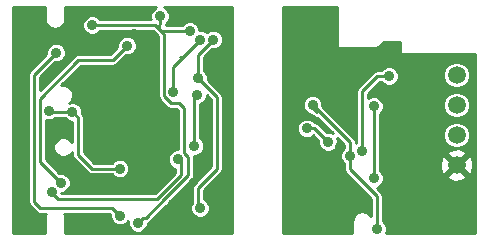
<source format=gbr>
G04 #@! TF.FileFunction,Copper,L2,Bot,Signal*
%FSLAX46Y46*%
G04 Gerber Fmt 4.6, Leading zero omitted, Abs format (unit mm)*
G04 Created by KiCad (PCBNEW 0.201512231246+6403~40~ubuntu14.04.1-stable) date Mo 22 Feb 2016 17:08:34 CET*
%MOMM*%
G01*
G04 APERTURE LIST*
%ADD10C,0.100000*%
%ADD11C,1.501140*%
%ADD12C,0.900000*%
%ADD13C,0.600000*%
%ADD14C,0.250000*%
%ADD15C,0.254000*%
G04 APERTURE END LIST*
D10*
D11*
X183000000Y-81190000D03*
X183000000Y-83730000D03*
X183000000Y-86270000D03*
X183000000Y-88810000D03*
D12*
X161000000Y-82900000D03*
X160800000Y-87200000D03*
X146400000Y-86800000D03*
X149592073Y-88500000D03*
X152700000Y-87700000D03*
X161924980Y-88100000D03*
X161700000Y-94200000D03*
X158950662Y-92148662D03*
X157510934Y-90708934D03*
X159127269Y-84370799D03*
X157432912Y-79063522D03*
X155702000Y-77724000D03*
X151600000Y-78800000D03*
X148474969Y-84200000D03*
X150476476Y-84322770D03*
X154475020Y-89105760D03*
X173140486Y-87306329D03*
X172472000Y-80772000D03*
D13*
X173199543Y-87357029D03*
D12*
X168900000Y-88646000D03*
X173400000Y-93400000D03*
X178000000Y-92456000D03*
X177000000Y-85900000D03*
X175006000Y-87630000D03*
X177292000Y-81280000D03*
X173977481Y-88020097D03*
X170800000Y-83708000D03*
X176242000Y-94200000D03*
X154500000Y-93100000D03*
X149100000Y-79300000D03*
X159378541Y-88321582D03*
X148710572Y-91100000D03*
X155100000Y-78700000D03*
X149492929Y-90326732D03*
X159000000Y-82600000D03*
X161300000Y-78200000D03*
X161290000Y-92456000D03*
X161101156Y-81462818D03*
X162400000Y-78200000D03*
X170300000Y-85700000D03*
X172130689Y-86870055D03*
X176022000Y-89916000D03*
X175989218Y-83820000D03*
X152146000Y-76962000D03*
X156014320Y-93704521D03*
X160390333Y-77458535D03*
X157900000Y-76200000D03*
D14*
X160800000Y-87200000D02*
X160800000Y-83100000D01*
X160800000Y-83100000D02*
X161000000Y-82900000D01*
X152700000Y-87700000D02*
X156029201Y-84370799D01*
X156029201Y-84370799D02*
X156261261Y-84370799D01*
X159127269Y-84370799D02*
X156261261Y-84370799D01*
X159127269Y-84370799D02*
X158490873Y-84370799D01*
X158490873Y-84370799D02*
X157432912Y-83312838D01*
X157432912Y-83312838D02*
X157432912Y-79699918D01*
X157432912Y-79699918D02*
X157432912Y-79063522D01*
X157510934Y-88289066D02*
X159127269Y-86672731D01*
X159127269Y-86672731D02*
X159127269Y-84370799D01*
X157510934Y-90708934D02*
X157510934Y-88289066D01*
X161924980Y-89075020D02*
X161924980Y-88736396D01*
X161900000Y-89100000D02*
X161924980Y-89075020D01*
X161924980Y-88736396D02*
X161924980Y-88100000D01*
X155702000Y-77724000D02*
X156093390Y-77724000D01*
X156093390Y-77724000D02*
X157432912Y-79063522D01*
X161036000Y-94234000D02*
X161666000Y-94234000D01*
X161666000Y-94234000D02*
X161700000Y-94200000D01*
X159250661Y-91848663D02*
X158950662Y-92148662D01*
X161036000Y-94234000D02*
X158950662Y-92148662D01*
X161900000Y-89199324D02*
X159250661Y-91848663D01*
X161900000Y-89100000D02*
X161900000Y-89199324D01*
X161900000Y-89100000D02*
X161900000Y-89300000D01*
X156000000Y-78022000D02*
X155702000Y-77724000D01*
X150926475Y-87926475D02*
X152105760Y-89105760D01*
X152105760Y-89105760D02*
X154475020Y-89105760D01*
X150476476Y-84322770D02*
X150926475Y-84772769D01*
X150926475Y-84772769D02*
X150926475Y-87926475D01*
X148597739Y-84322770D02*
X148474969Y-84200000D01*
X150476476Y-84322770D02*
X148597739Y-84322770D01*
X171800815Y-88646000D02*
X172690487Y-87756328D01*
X172690487Y-87756328D02*
X173140486Y-87306329D01*
X168900000Y-88646000D02*
X171800815Y-88646000D01*
X169500000Y-93400000D02*
X169500000Y-89246000D01*
X169500000Y-89246000D02*
X168900000Y-88646000D01*
X173400000Y-93400000D02*
X169500000Y-93400000D01*
X177000000Y-85900000D02*
X177000000Y-86324264D01*
X177000000Y-86324264D02*
X177200000Y-86524264D01*
X176276000Y-81280000D02*
X177292000Y-81280000D01*
X175006000Y-82550000D02*
X176276000Y-81280000D01*
X175006000Y-83820000D02*
X175006000Y-82550000D01*
X175006000Y-87630000D02*
X175006000Y-83820000D01*
X173977481Y-88020097D02*
X173977481Y-86885481D01*
X173977481Y-86885481D02*
X170800000Y-83708000D01*
X176242000Y-91442000D02*
X173977481Y-89177481D01*
X173977481Y-89177481D02*
X173977481Y-88656493D01*
X173977481Y-88656493D02*
X173977481Y-88020097D01*
X176242000Y-94200000D02*
X176242000Y-91442000D01*
X170688000Y-83820000D02*
X171196000Y-84328000D01*
X149606000Y-92456000D02*
X153856000Y-92456000D01*
X153856000Y-92456000D02*
X154500000Y-93100000D01*
X147249956Y-84758402D02*
X147249956Y-91949956D01*
X147249956Y-91949956D02*
X147756000Y-92456000D01*
X147514987Y-92214987D02*
X147756000Y-92456000D01*
X147756000Y-92456000D02*
X149188996Y-92456000D01*
X147249956Y-84758402D02*
X147249956Y-81150044D01*
X148650001Y-79749999D02*
X149100000Y-79300000D01*
X147249956Y-81150044D02*
X148650001Y-79749999D01*
X149606000Y-92456000D02*
X149188996Y-92456000D01*
X149606000Y-92456000D02*
X149352000Y-92456000D01*
X159648980Y-88592021D02*
X159378541Y-88321582D01*
X159648980Y-88600000D02*
X159648980Y-88592021D01*
X156300000Y-91658502D02*
X149269074Y-91658502D01*
X159648980Y-89666931D02*
X158300000Y-91015911D01*
X158300000Y-91015911D02*
X157725650Y-91590261D01*
X156300000Y-91658502D02*
X157657409Y-91658502D01*
X157657409Y-91658502D02*
X158300000Y-91015911D01*
X159648980Y-88366483D02*
X159648980Y-89666931D01*
X148861542Y-91250970D02*
X148561543Y-90950971D01*
X149269074Y-91658502D02*
X148861542Y-91250970D01*
X155100000Y-78700000D02*
X153900000Y-79900000D01*
X153900000Y-79900000D02*
X150986000Y-79900000D01*
X150986000Y-79900000D02*
X147699967Y-83186033D01*
X147699967Y-83186033D02*
X147699967Y-88533770D01*
X147699967Y-88533770D02*
X149042930Y-89876733D01*
X149042930Y-89876733D02*
X149492929Y-90326732D01*
X159000000Y-82600000D02*
X159000000Y-80500000D01*
X159000000Y-80500000D02*
X159818006Y-79681994D01*
X159586006Y-79681994D02*
X159818006Y-79681994D01*
X159818006Y-79681994D02*
X161300000Y-78200000D01*
X161290000Y-92456000D02*
X161081999Y-92247999D01*
X161081999Y-92247999D02*
X161081999Y-90754411D01*
X161081999Y-90754411D02*
X162700000Y-89136410D01*
X162700000Y-89136410D02*
X162700000Y-83061662D01*
X162700000Y-83061662D02*
X161101156Y-81462818D01*
X161101156Y-80826422D02*
X161101156Y-81462818D01*
X161081999Y-81452587D02*
X161092230Y-81462818D01*
X161092230Y-81462818D02*
X161101156Y-81462818D01*
X162400000Y-78200000D02*
X161101156Y-79498844D01*
X161101156Y-79498844D02*
X161101156Y-80826422D01*
X170300000Y-85700000D02*
X170960634Y-85700000D01*
X170960634Y-85700000D02*
X172130689Y-86870055D01*
X176022000Y-83820000D02*
X176022000Y-89700000D01*
X176022000Y-89700000D02*
X176022000Y-89916000D01*
X158848796Y-83595798D02*
X159499270Y-83595798D01*
X160274000Y-88121002D02*
X160274000Y-89678322D01*
X158224999Y-77706999D02*
X158224999Y-82972001D01*
X158224999Y-82972001D02*
X158848796Y-83595798D01*
X159499270Y-83595798D02*
X159924999Y-84021527D01*
X159924999Y-84021527D02*
X159924999Y-87772001D01*
X159924999Y-87772001D02*
X160274000Y-88121002D01*
X157988000Y-77470000D02*
X158224999Y-77706999D01*
X160274000Y-89678322D02*
X158352322Y-91600000D01*
X158352322Y-91600000D02*
X158175661Y-91776661D01*
X156697799Y-93254522D02*
X156464319Y-93254522D01*
X158352322Y-91600000D02*
X158352321Y-91600000D01*
X158352321Y-91600000D02*
X156697799Y-93254522D01*
X156464319Y-93254522D02*
X156014320Y-93704521D01*
X158175661Y-91776661D02*
X158175661Y-91831337D01*
X156246872Y-93471969D02*
X156014320Y-93704521D01*
X160390333Y-77458535D02*
X157999465Y-77458535D01*
X157999465Y-77458535D02*
X157988000Y-77470000D01*
X157466998Y-76948998D02*
X157818000Y-77300000D01*
X157818000Y-77300000D02*
X157988000Y-77470000D01*
X157900000Y-76200000D02*
X157900000Y-76836396D01*
X157900000Y-76836396D02*
X157818000Y-76918396D01*
X157818000Y-76918396D02*
X157818000Y-77300000D01*
X152146000Y-76962000D02*
X155316996Y-76962000D01*
X155329998Y-76948998D02*
X157466998Y-76948998D01*
X155316996Y-76962000D02*
X155329998Y-76948998D01*
X158242000Y-77470000D02*
X157988000Y-77470000D01*
D15*
X145452000Y-75452000D02*
X148123000Y-75452000D01*
X149877000Y-75452000D02*
X157544680Y-75452000D01*
X145452000Y-75655200D02*
X148123000Y-75655200D01*
X149877000Y-75655200D02*
X157275175Y-75655200D01*
X145452000Y-75858400D02*
X148123000Y-75858400D01*
X149877000Y-75858400D02*
X157146383Y-75858400D01*
X145452000Y-76061600D02*
X148123000Y-76061600D01*
X149877000Y-76061600D02*
X157073121Y-76061600D01*
X145452000Y-76264800D02*
X148123000Y-76264800D01*
X149877000Y-76264800D02*
X151673842Y-76264800D01*
X152618552Y-76264800D02*
X157072944Y-76264800D01*
X145452000Y-76468000D02*
X148136526Y-76468000D01*
X149863473Y-76468000D02*
X151470286Y-76468000D01*
X145452000Y-76671200D02*
X148176945Y-76671200D01*
X149823054Y-76671200D02*
X151371289Y-76671200D01*
X145452000Y-76874400D02*
X148282491Y-76874400D01*
X149717508Y-76874400D02*
X151319077Y-76874400D01*
X145452000Y-77077600D02*
X148465872Y-77077600D01*
X149534127Y-77077600D02*
X151318900Y-77077600D01*
X145452000Y-77280800D02*
X151382910Y-77280800D01*
X145452000Y-77484000D02*
X151498554Y-77484000D01*
X152793665Y-77484000D02*
X157292064Y-77484000D01*
X145452000Y-77687200D02*
X151735961Y-77687200D01*
X152556499Y-77687200D02*
X157495264Y-77687200D01*
X145452000Y-77890400D02*
X154893764Y-77890400D01*
X155306780Y-77890400D02*
X157698464Y-77890400D01*
X145452000Y-78093600D02*
X154536883Y-78093600D01*
X155663194Y-78093600D02*
X157722999Y-78093600D01*
X145452000Y-78296800D02*
X154371961Y-78296800D01*
X155828217Y-78296800D02*
X157722999Y-78296800D01*
X145452000Y-78500000D02*
X148870530Y-78500000D01*
X149329899Y-78500000D02*
X154287586Y-78500000D01*
X155912177Y-78500000D02*
X157722999Y-78500000D01*
X145452000Y-78703200D02*
X148527266Y-78703200D01*
X149672777Y-78703200D02*
X154272998Y-78703200D01*
X155926997Y-78703200D02*
X157722999Y-78703200D01*
X145452000Y-78906400D02*
X148367975Y-78906400D01*
X149832183Y-78906400D02*
X154183665Y-78906400D01*
X155909757Y-78906400D02*
X157722999Y-78906400D01*
X145452000Y-79109600D02*
X148283599Y-79109600D01*
X149916144Y-79109600D02*
X153980465Y-79109600D01*
X155825381Y-79109600D02*
X157722999Y-79109600D01*
X145452000Y-79312800D02*
X148272989Y-79312800D01*
X149926988Y-79312800D02*
X153777265Y-79312800D01*
X155656706Y-79312800D02*
X157722999Y-79312800D01*
X145452000Y-79516000D02*
X148174065Y-79516000D01*
X149905771Y-79516000D02*
X150674482Y-79516000D01*
X155290747Y-79516000D02*
X157722999Y-79516000D01*
X145452000Y-79719200D02*
X147970865Y-79719200D01*
X149821395Y-79719200D02*
X150456865Y-79719200D01*
X154790735Y-79719200D02*
X157722999Y-79719200D01*
X145452000Y-79922400D02*
X147767665Y-79922400D01*
X149647089Y-79922400D02*
X150253665Y-79922400D01*
X154587535Y-79922400D02*
X157722999Y-79922400D01*
X145452000Y-80125600D02*
X147564465Y-80125600D01*
X149267513Y-80125600D02*
X150050465Y-80125600D01*
X154384335Y-80125600D02*
X157722999Y-80125600D01*
X145452000Y-80328800D02*
X147361265Y-80328800D01*
X148781135Y-80328800D02*
X149847265Y-80328800D01*
X154144470Y-80328800D02*
X157722999Y-80328800D01*
X145452000Y-80532000D02*
X147158065Y-80532000D01*
X148577935Y-80532000D02*
X149644065Y-80532000D01*
X151063935Y-80532000D02*
X157722999Y-80532000D01*
X145452000Y-80735200D02*
X146954865Y-80735200D01*
X148374735Y-80735200D02*
X149440865Y-80735200D01*
X150860735Y-80735200D02*
X157722999Y-80735200D01*
X145452000Y-80938400D02*
X146799223Y-80938400D01*
X148171535Y-80938400D02*
X149237665Y-80938400D01*
X150657535Y-80938400D02*
X157722999Y-80938400D01*
X145452000Y-81141600D02*
X146749635Y-81141600D01*
X147968335Y-81141600D02*
X149034465Y-81141600D01*
X150454335Y-81141600D02*
X157722999Y-81141600D01*
X145452000Y-81344800D02*
X146747956Y-81344800D01*
X147765135Y-81344800D02*
X148831265Y-81344800D01*
X150251135Y-81344800D02*
X157722999Y-81344800D01*
X145452000Y-81548000D02*
X146747956Y-81548000D01*
X147751956Y-81548000D02*
X148628065Y-81548000D01*
X150047935Y-81548000D02*
X157722999Y-81548000D01*
X145452000Y-81751200D02*
X146747956Y-81751200D01*
X147751956Y-81751200D02*
X148424865Y-81751200D01*
X149844735Y-81751200D02*
X157722999Y-81751200D01*
X145452000Y-81954400D02*
X146747956Y-81954400D01*
X147751956Y-81954400D02*
X148221665Y-81954400D01*
X149641535Y-81954400D02*
X157722999Y-81954400D01*
X145452000Y-82157600D02*
X146747956Y-82157600D01*
X147751956Y-82157600D02*
X148018465Y-82157600D01*
X150085637Y-82157600D02*
X157722999Y-82157600D01*
X145452000Y-82360800D02*
X146747956Y-82360800D01*
X147751956Y-82360800D02*
X147815265Y-82360800D01*
X150334206Y-82360800D02*
X157722999Y-82360800D01*
X145452000Y-82564000D02*
X146747956Y-82564000D01*
X150454413Y-82564000D02*
X157722999Y-82564000D01*
X145452000Y-82767200D02*
X146747956Y-82767200D01*
X150521588Y-82767200D02*
X157722999Y-82767200D01*
X145452000Y-82970400D02*
X146747956Y-82970400D01*
X150521411Y-82970400D02*
X157722999Y-82970400D01*
X145452000Y-83173600D02*
X146747956Y-83173600D01*
X150472296Y-83173600D02*
X157767553Y-83173600D01*
X145452000Y-83376800D02*
X146747956Y-83376800D01*
X150377592Y-83376800D02*
X157919862Y-83376800D01*
X145452000Y-83580000D02*
X146747956Y-83580000D01*
X150844201Y-83580000D02*
X158123062Y-83580000D01*
X145452000Y-83783200D02*
X146747956Y-83783200D01*
X151106383Y-83783200D02*
X158326262Y-83783200D01*
X145452000Y-83986400D02*
X146747956Y-83986400D01*
X151232306Y-83986400D02*
X158547158Y-83986400D01*
X145452000Y-84189600D02*
X146747956Y-84189600D01*
X151303592Y-84189600D02*
X159383136Y-84189600D01*
X145452000Y-84392800D02*
X146747956Y-84392800D01*
X151303415Y-84392800D02*
X159422999Y-84392800D01*
X145452000Y-84596000D02*
X146747956Y-84596000D01*
X151393314Y-84596000D02*
X159422999Y-84596000D01*
X145452000Y-84799200D02*
X146747956Y-84799200D01*
X151428475Y-84799200D02*
X159422999Y-84799200D01*
X145452000Y-85002400D02*
X146747956Y-85002400D01*
X148201967Y-85002400D02*
X148250850Y-85002400D01*
X148698630Y-85002400D02*
X149986384Y-85002400D01*
X151428475Y-85002400D02*
X159422999Y-85002400D01*
X145452000Y-85205600D02*
X146747956Y-85205600D01*
X148201967Y-85205600D02*
X150424475Y-85205600D01*
X151428475Y-85205600D02*
X159422999Y-85205600D01*
X145452000Y-85408800D02*
X146747956Y-85408800D01*
X148201967Y-85408800D02*
X150424475Y-85408800D01*
X151428475Y-85408800D02*
X159422999Y-85408800D01*
X145452000Y-85612000D02*
X146747956Y-85612000D01*
X148201967Y-85612000D02*
X150424475Y-85612000D01*
X151428475Y-85612000D02*
X159422999Y-85612000D01*
X145452000Y-85815200D02*
X146747956Y-85815200D01*
X148201967Y-85815200D02*
X150424475Y-85815200D01*
X151428475Y-85815200D02*
X159422999Y-85815200D01*
X145452000Y-86018400D02*
X146747956Y-86018400D01*
X148201967Y-86018400D02*
X150424475Y-86018400D01*
X151428475Y-86018400D02*
X159422999Y-86018400D01*
X145452000Y-86221600D02*
X146747956Y-86221600D01*
X148201967Y-86221600D02*
X150424475Y-86221600D01*
X151428475Y-86221600D02*
X159422999Y-86221600D01*
X145452000Y-86424800D02*
X146747956Y-86424800D01*
X148201967Y-86424800D02*
X150424475Y-86424800D01*
X151428475Y-86424800D02*
X159422999Y-86424800D01*
X145452000Y-86628000D02*
X146747956Y-86628000D01*
X148201967Y-86628000D02*
X149187714Y-86628000D01*
X150202356Y-86628000D02*
X150424475Y-86628000D01*
X151428475Y-86628000D02*
X159422999Y-86628000D01*
X145452000Y-86831200D02*
X146747956Y-86831200D01*
X148201967Y-86831200D02*
X148990254Y-86831200D01*
X150399838Y-86831200D02*
X150424475Y-86831200D01*
X151428475Y-86831200D02*
X159422999Y-86831200D01*
X145452000Y-87034400D02*
X146747956Y-87034400D01*
X148201967Y-87034400D02*
X148905877Y-87034400D01*
X151428475Y-87034400D02*
X159422999Y-87034400D01*
X145452000Y-87237600D02*
X146747956Y-87237600D01*
X148201967Y-87237600D02*
X148868365Y-87237600D01*
X151428475Y-87237600D02*
X159422999Y-87237600D01*
X145452000Y-87440800D02*
X146747956Y-87440800D01*
X148201967Y-87440800D02*
X148868187Y-87440800D01*
X151428475Y-87440800D02*
X159422999Y-87440800D01*
X145452000Y-87644000D02*
X146747956Y-87644000D01*
X148201967Y-87644000D02*
X148946957Y-87644000D01*
X151428475Y-87644000D02*
X158886731Y-87644000D01*
X145452000Y-87847200D02*
X146747956Y-87847200D01*
X148201967Y-87847200D02*
X149083546Y-87847200D01*
X150306347Y-87847200D02*
X150424475Y-87847200D01*
X151557136Y-87847200D02*
X158683175Y-87847200D01*
X145452000Y-88050400D02*
X146747956Y-88050400D01*
X148201967Y-88050400D02*
X149371595Y-88050400D01*
X150018239Y-88050400D02*
X150449124Y-88050400D01*
X151760336Y-88050400D02*
X158595684Y-88050400D01*
X145452000Y-88253600D02*
X146747956Y-88253600D01*
X148201967Y-88253600D02*
X150552902Y-88253600D01*
X151963536Y-88253600D02*
X158551601Y-88253600D01*
X145452000Y-88456800D02*
X146747956Y-88456800D01*
X148332933Y-88456800D02*
X150746864Y-88456800D01*
X152166736Y-88456800D02*
X153954538Y-88456800D01*
X154995728Y-88456800D02*
X158551423Y-88456800D01*
X145452000Y-88660000D02*
X146747956Y-88660000D01*
X148536133Y-88660000D02*
X150950064Y-88660000D01*
X155185651Y-88660000D02*
X158623557Y-88660000D01*
X145452000Y-88863200D02*
X146747956Y-88863200D01*
X148739333Y-88863200D02*
X151153264Y-88863200D01*
X155269612Y-88863200D02*
X158750679Y-88863200D01*
X145452000Y-89066400D02*
X146747956Y-89066400D01*
X148942533Y-89066400D02*
X151356464Y-89066400D01*
X155302054Y-89066400D02*
X159015748Y-89066400D01*
X145452000Y-89269600D02*
X146747956Y-89269600D01*
X149145733Y-89269600D02*
X151559664Y-89269600D01*
X155301877Y-89269600D02*
X159146980Y-89269600D01*
X145452000Y-89472800D02*
X146747956Y-89472800D01*
X149348933Y-89472800D02*
X151768859Y-89472800D01*
X155218074Y-89472800D02*
X159133176Y-89472800D01*
X145452000Y-89676000D02*
X146747956Y-89676000D01*
X150011868Y-89676000D02*
X153875729Y-89676000D01*
X155074360Y-89676000D02*
X158929976Y-89676000D01*
X145452000Y-89879200D02*
X146747956Y-89879200D01*
X150202828Y-89879200D02*
X154181157Y-89879200D01*
X154768770Y-89879200D02*
X158726776Y-89879200D01*
X145452000Y-90082400D02*
X146747956Y-90082400D01*
X150286789Y-90082400D02*
X158523576Y-90082400D01*
X145452000Y-90285600D02*
X146747956Y-90285600D01*
X150319965Y-90285600D02*
X158320376Y-90285600D01*
X145452000Y-90488800D02*
X146747956Y-90488800D01*
X150319787Y-90488800D02*
X158117176Y-90488800D01*
X145452000Y-90692000D02*
X146747956Y-90692000D01*
X150236719Y-90692000D02*
X157913975Y-90692000D01*
X145452000Y-90895200D02*
X146747956Y-90895200D01*
X150094044Y-90895200D02*
X157710775Y-90895200D01*
X145452000Y-91098400D02*
X146747956Y-91098400D01*
X149790967Y-91098400D02*
X157507575Y-91098400D01*
X145452000Y-91301600D02*
X146747956Y-91301600D01*
X145452000Y-91504800D02*
X146747956Y-91504800D01*
X145452000Y-91708000D02*
X146747956Y-91708000D01*
X145452000Y-91911200D02*
X146747956Y-91911200D01*
X145452000Y-92114400D02*
X146780665Y-92114400D01*
X145452000Y-92317600D02*
X146907664Y-92317600D01*
X145452000Y-92520800D02*
X147110864Y-92520800D01*
X145452000Y-92724000D02*
X147314064Y-92724000D01*
X145452000Y-92927200D02*
X147601155Y-92927200D01*
X145452000Y-93130400D02*
X148176628Y-93130400D01*
X145452000Y-93333600D02*
X148136208Y-93333600D01*
X145452000Y-93536800D02*
X148123000Y-93536800D01*
X145452000Y-93740000D02*
X148123000Y-93740000D01*
X145452000Y-93943200D02*
X148123000Y-93943200D01*
X145452000Y-94146400D02*
X148123000Y-94146400D01*
X145452000Y-94349600D02*
X148123000Y-94349600D01*
X158255129Y-75452000D02*
X163957000Y-75452000D01*
X158524686Y-75655200D02*
X163957000Y-75655200D01*
X158653669Y-75858400D02*
X163957000Y-75858400D01*
X158727120Y-76061600D02*
X163957000Y-76061600D01*
X158726943Y-76264800D02*
X163957000Y-76264800D01*
X158684179Y-76468000D02*
X163957000Y-76468000D01*
X158598554Y-76671200D02*
X160130212Y-76671200D01*
X160650733Y-76671200D02*
X163957000Y-76671200D01*
X158394998Y-76874400D02*
X159804912Y-76874400D01*
X160975753Y-76874400D02*
X163957000Y-76874400D01*
X161127749Y-77077600D02*
X163957000Y-77077600D01*
X161211710Y-77280800D02*
X163957000Y-77280800D01*
X161732195Y-77484000D02*
X161967235Y-77484000D01*
X162832195Y-77484000D02*
X163957000Y-77484000D01*
X163056630Y-77687200D02*
X163957000Y-77687200D01*
X163166891Y-77890400D02*
X163957000Y-77890400D01*
X163227092Y-78093600D02*
X163957000Y-78093600D01*
X163226915Y-78296800D02*
X163957000Y-78296800D01*
X163170891Y-78500000D02*
X163957000Y-78500000D01*
X163066498Y-78703200D02*
X163957000Y-78703200D01*
X162855999Y-78906400D02*
X163957000Y-78906400D01*
X162200335Y-79109600D02*
X163957000Y-79109600D01*
X161997135Y-79312800D02*
X163957000Y-79312800D01*
X161793935Y-79516000D02*
X163957000Y-79516000D01*
X161603156Y-79719200D02*
X163957000Y-79719200D01*
X161603156Y-79922400D02*
X163957000Y-79922400D01*
X161603156Y-80125600D02*
X163957000Y-80125600D01*
X161603156Y-80328800D02*
X163957000Y-80328800D01*
X161603156Y-80532000D02*
X163957000Y-80532000D01*
X161603156Y-80735200D02*
X163957000Y-80735200D01*
X161746188Y-80938400D02*
X163957000Y-80938400D01*
X161863247Y-81141600D02*
X163957000Y-81141600D01*
X161928259Y-81344800D02*
X163957000Y-81344800D01*
X161928081Y-81548000D02*
X163957000Y-81548000D01*
X162099474Y-81751200D02*
X163957000Y-81751200D01*
X162302674Y-81954400D02*
X163957000Y-81954400D01*
X162505874Y-82157600D02*
X163957000Y-82157600D01*
X162709074Y-82360800D02*
X163957000Y-82360800D01*
X162912274Y-82564000D02*
X163957000Y-82564000D01*
X163095397Y-82767200D02*
X163957000Y-82767200D01*
X161826938Y-82970400D02*
X161898802Y-82970400D01*
X163183848Y-82970400D02*
X163957000Y-82970400D01*
X161781853Y-83173600D02*
X162102002Y-83173600D01*
X163202000Y-83173600D02*
X163957000Y-83173600D01*
X161692944Y-83376800D02*
X162198000Y-83376800D01*
X163202000Y-83376800D02*
X163957000Y-83376800D01*
X161489388Y-83580000D02*
X162198000Y-83580000D01*
X163202000Y-83580000D02*
X163957000Y-83580000D01*
X161302000Y-83783200D02*
X162198000Y-83783200D01*
X163202000Y-83783200D02*
X163957000Y-83783200D01*
X161302000Y-83986400D02*
X162198000Y-83986400D01*
X163202000Y-83986400D02*
X163957000Y-83986400D01*
X161302000Y-84189600D02*
X162198000Y-84189600D01*
X163202000Y-84189600D02*
X163957000Y-84189600D01*
X161302000Y-84392800D02*
X162198000Y-84392800D01*
X163202000Y-84392800D02*
X163957000Y-84392800D01*
X161302000Y-84596000D02*
X162198000Y-84596000D01*
X163202000Y-84596000D02*
X163957000Y-84596000D01*
X161302000Y-84799200D02*
X162198000Y-84799200D01*
X163202000Y-84799200D02*
X163957000Y-84799200D01*
X161302000Y-85002400D02*
X162198000Y-85002400D01*
X163202000Y-85002400D02*
X163957000Y-85002400D01*
X161302000Y-85205600D02*
X162198000Y-85205600D01*
X163202000Y-85205600D02*
X163957000Y-85205600D01*
X161302000Y-85408800D02*
X162198000Y-85408800D01*
X163202000Y-85408800D02*
X163957000Y-85408800D01*
X161302000Y-85612000D02*
X162198000Y-85612000D01*
X163202000Y-85612000D02*
X163957000Y-85612000D01*
X161302000Y-85815200D02*
X162198000Y-85815200D01*
X163202000Y-85815200D02*
X163957000Y-85815200D01*
X161302000Y-86018400D02*
X162198000Y-86018400D01*
X163202000Y-86018400D02*
X163957000Y-86018400D01*
X161302000Y-86221600D02*
X162198000Y-86221600D01*
X163202000Y-86221600D02*
X163957000Y-86221600D01*
X161302000Y-86424800D02*
X162198000Y-86424800D01*
X163202000Y-86424800D02*
X163957000Y-86424800D01*
X161397533Y-86628000D02*
X162198000Y-86628000D01*
X163202000Y-86628000D02*
X163957000Y-86628000D01*
X161542430Y-86831200D02*
X162198000Y-86831200D01*
X163202000Y-86831200D02*
X163957000Y-86831200D01*
X161626391Y-87034400D02*
X162198000Y-87034400D01*
X163202000Y-87034400D02*
X163957000Y-87034400D01*
X161626967Y-87237600D02*
X162198000Y-87237600D01*
X163202000Y-87237600D02*
X163957000Y-87237600D01*
X161595473Y-87440800D02*
X162198000Y-87440800D01*
X163202000Y-87440800D02*
X163957000Y-87440800D01*
X161511097Y-87644000D02*
X162198000Y-87644000D01*
X163202000Y-87644000D02*
X163957000Y-87644000D01*
X161322246Y-87847200D02*
X162198000Y-87847200D01*
X163202000Y-87847200D02*
X163957000Y-87847200D01*
X160761958Y-88050400D02*
X162198000Y-88050400D01*
X163202000Y-88050400D02*
X163957000Y-88050400D01*
X160776000Y-88253600D02*
X162198000Y-88253600D01*
X163202000Y-88253600D02*
X163957000Y-88253600D01*
X160776000Y-88456800D02*
X162198000Y-88456800D01*
X163202000Y-88456800D02*
X163957000Y-88456800D01*
X160776000Y-88660000D02*
X162198000Y-88660000D01*
X163202000Y-88660000D02*
X163957000Y-88660000D01*
X160776000Y-88863200D02*
X162198000Y-88863200D01*
X163202000Y-88863200D02*
X163957000Y-88863200D01*
X160776000Y-89066400D02*
X162060074Y-89066400D01*
X163202000Y-89066400D02*
X163957000Y-89066400D01*
X160776000Y-89269600D02*
X161856874Y-89269600D01*
X163175507Y-89269600D02*
X163957000Y-89269600D01*
X160776000Y-89472800D02*
X161653674Y-89472800D01*
X163067381Y-89472800D02*
X163957000Y-89472800D01*
X160776000Y-89676000D02*
X161450474Y-89676000D01*
X162870346Y-89676000D02*
X163957000Y-89676000D01*
X160731928Y-89879200D02*
X161247274Y-89879200D01*
X162667146Y-89879200D02*
X163957000Y-89879200D01*
X160579858Y-90082400D02*
X161044074Y-90082400D01*
X162463946Y-90082400D02*
X163957000Y-90082400D01*
X160376658Y-90285600D02*
X160840874Y-90285600D01*
X162260746Y-90285600D02*
X163957000Y-90285600D01*
X160173458Y-90488800D02*
X160667325Y-90488800D01*
X162057546Y-90488800D02*
X163957000Y-90488800D01*
X159970258Y-90692000D02*
X160592413Y-90692000D01*
X161854346Y-90692000D02*
X163957000Y-90692000D01*
X159767058Y-90895200D02*
X160579999Y-90895200D01*
X161651146Y-90895200D02*
X163957000Y-90895200D01*
X159563858Y-91098400D02*
X160579999Y-91098400D01*
X161583999Y-91098400D02*
X163957000Y-91098400D01*
X159360658Y-91301600D02*
X160579999Y-91301600D01*
X161583999Y-91301600D02*
X163957000Y-91301600D01*
X159157458Y-91504800D02*
X160579999Y-91504800D01*
X161583999Y-91504800D02*
X163957000Y-91504800D01*
X158954258Y-91708000D02*
X160579999Y-91708000D01*
X161645129Y-91708000D02*
X163957000Y-91708000D01*
X158751058Y-91911200D02*
X160579999Y-91911200D01*
X161914686Y-91911200D02*
X163957000Y-91911200D01*
X158578674Y-92114400D02*
X160536383Y-92114400D01*
X162043669Y-92114400D02*
X163957000Y-92114400D01*
X158344656Y-92317600D02*
X160463121Y-92317600D01*
X162117120Y-92317600D02*
X163957000Y-92317600D01*
X158141456Y-92520800D02*
X160462944Y-92520800D01*
X162116943Y-92520800D02*
X163957000Y-92520800D01*
X157938256Y-92724000D02*
X160505920Y-92724000D01*
X162074179Y-92724000D02*
X163957000Y-92724000D01*
X157735056Y-92927200D02*
X160591843Y-92927200D01*
X161988554Y-92927200D02*
X163957000Y-92927200D01*
X149823373Y-93130400D02*
X153672974Y-93130400D01*
X157531856Y-93130400D02*
X160794687Y-93130400D01*
X161784998Y-93130400D02*
X163957000Y-93130400D01*
X149863793Y-93333600D02*
X153701706Y-93333600D01*
X157328656Y-93333600D02*
X163957000Y-93333600D01*
X149877000Y-93536800D02*
X153785667Y-93536800D01*
X157125456Y-93536800D02*
X163957000Y-93536800D01*
X149877000Y-93740000D02*
X153970348Y-93740000D01*
X155029458Y-93740000D02*
X155187289Y-93740000D01*
X156841289Y-93740000D02*
X163957000Y-93740000D01*
X149877000Y-93943200D02*
X155218125Y-93943200D01*
X156810674Y-93943200D02*
X163957000Y-93943200D01*
X149877000Y-94146400D02*
X155302085Y-94146400D01*
X156726298Y-94146400D02*
X163957000Y-94146400D01*
X149877000Y-94349600D02*
X155489738Y-94349600D01*
X156538690Y-94349600D02*
X163957000Y-94349600D01*
X148123000Y-76400000D02*
X148189758Y-76735613D01*
X148379867Y-77020133D01*
X148664387Y-77210242D01*
X149000000Y-77277000D01*
X149335613Y-77210242D01*
X149620133Y-77020133D01*
X149810242Y-76735613D01*
X149877000Y-76400000D01*
X149877000Y-75452000D01*
X157544680Y-75452000D01*
X157432154Y-75498495D01*
X157199312Y-75730930D01*
X157073144Y-76034778D01*
X157072857Y-76363779D01*
X157107242Y-76446998D01*
X155330003Y-76446998D01*
X155329998Y-76446997D01*
X155264628Y-76460000D01*
X152813411Y-76460000D01*
X152615070Y-76261312D01*
X152311222Y-76135144D01*
X151982221Y-76134857D01*
X151678154Y-76260495D01*
X151445312Y-76492930D01*
X151319144Y-76796778D01*
X151318857Y-77125779D01*
X151444495Y-77429846D01*
X151676930Y-77662688D01*
X151980778Y-77788856D01*
X152309779Y-77789143D01*
X152613846Y-77663505D01*
X152813700Y-77464000D01*
X155316991Y-77464000D01*
X155316996Y-77464001D01*
X155382366Y-77450998D01*
X157259062Y-77450998D01*
X157463030Y-77654965D01*
X157463032Y-77654968D01*
X157633030Y-77824965D01*
X157633032Y-77824968D01*
X157722999Y-77914935D01*
X157722999Y-82971996D01*
X157722998Y-82972001D01*
X157761211Y-83164108D01*
X157870031Y-83326969D01*
X158493826Y-83950763D01*
X158493828Y-83950766D01*
X158579325Y-84007893D01*
X158656688Y-84059586D01*
X158848796Y-84097798D01*
X159291334Y-84097798D01*
X159422999Y-84229462D01*
X159422999Y-87494621D01*
X159214762Y-87494439D01*
X158910695Y-87620077D01*
X158677853Y-87852512D01*
X158551685Y-88156360D01*
X158551398Y-88485361D01*
X158677036Y-88789428D01*
X158909471Y-89022270D01*
X159146980Y-89120892D01*
X159146980Y-89458996D01*
X157945032Y-90660943D01*
X157449473Y-91156502D01*
X149537523Y-91156502D01*
X149537525Y-91153771D01*
X149656708Y-91153875D01*
X149960775Y-91028237D01*
X150193617Y-90795802D01*
X150319785Y-90491954D01*
X150320072Y-90162953D01*
X150194434Y-89858886D01*
X149961999Y-89626044D01*
X149658151Y-89499876D01*
X149375762Y-89499630D01*
X148201967Y-88325834D01*
X148201967Y-84982102D01*
X148309747Y-85026856D01*
X148638748Y-85027143D01*
X148942815Y-84901505D01*
X149019684Y-84824770D01*
X149809065Y-84824770D01*
X150007406Y-85023458D01*
X150311254Y-85149626D01*
X150424475Y-85149725D01*
X150424475Y-86890828D01*
X150396049Y-86822032D01*
X150163731Y-86589308D01*
X149860038Y-86463203D01*
X149531204Y-86462916D01*
X149227292Y-86588491D01*
X148994568Y-86820809D01*
X148868463Y-87124502D01*
X148868176Y-87453336D01*
X148993751Y-87757248D01*
X149226069Y-87989972D01*
X149529762Y-88116077D01*
X149858596Y-88116364D01*
X150162508Y-87990789D01*
X150395232Y-87758471D01*
X150424475Y-87688046D01*
X150424475Y-87926470D01*
X150424474Y-87926475D01*
X150462687Y-88118582D01*
X150571507Y-88281443D01*
X151750790Y-89460725D01*
X151750792Y-89460728D01*
X151842141Y-89521765D01*
X151913653Y-89569548D01*
X152105760Y-89607761D01*
X152105765Y-89607760D01*
X153807609Y-89607760D01*
X154005950Y-89806448D01*
X154309798Y-89932616D01*
X154638799Y-89932903D01*
X154942866Y-89807265D01*
X155175708Y-89574830D01*
X155301876Y-89270982D01*
X155302163Y-88941981D01*
X155176525Y-88637914D01*
X154944090Y-88405072D01*
X154640242Y-88278904D01*
X154311241Y-88278617D01*
X154007174Y-88404255D01*
X153807320Y-88603760D01*
X152313695Y-88603760D01*
X151428475Y-87718539D01*
X151428475Y-84772774D01*
X151428476Y-84772769D01*
X151390263Y-84580662D01*
X151328343Y-84487992D01*
X151303365Y-84450609D01*
X151303619Y-84158991D01*
X151177981Y-83854924D01*
X150945546Y-83622082D01*
X150641698Y-83495914D01*
X150312697Y-83495627D01*
X150220322Y-83533795D01*
X150395232Y-83359191D01*
X150521337Y-83055498D01*
X150521624Y-82726664D01*
X150396049Y-82422752D01*
X150163731Y-82190028D01*
X149860038Y-82063923D01*
X149532299Y-82063637D01*
X151193935Y-80402000D01*
X153899995Y-80402000D01*
X153900000Y-80402001D01*
X154092107Y-80363788D01*
X154254968Y-80254968D01*
X154983037Y-79526898D01*
X155263779Y-79527143D01*
X155567846Y-79401505D01*
X155800688Y-79169070D01*
X155926856Y-78865222D01*
X155927143Y-78536221D01*
X155801505Y-78232154D01*
X155569070Y-77999312D01*
X155265222Y-77873144D01*
X154936221Y-77872857D01*
X154632154Y-77998495D01*
X154399312Y-78230930D01*
X154273144Y-78534778D01*
X154272898Y-78817167D01*
X153692064Y-79398000D01*
X150986000Y-79398000D01*
X150793893Y-79436212D01*
X150631032Y-79545032D01*
X150631030Y-79545035D01*
X147751956Y-82424108D01*
X147751956Y-81357980D01*
X148983037Y-80126898D01*
X149263779Y-80127143D01*
X149567846Y-80001505D01*
X149800688Y-79769070D01*
X149926856Y-79465222D01*
X149927143Y-79136221D01*
X149801505Y-78832154D01*
X149569070Y-78599312D01*
X149265222Y-78473144D01*
X148936221Y-78472857D01*
X148632154Y-78598495D01*
X148399312Y-78830930D01*
X148273144Y-79134778D01*
X148272898Y-79417167D01*
X146894988Y-80795076D01*
X146786168Y-80957937D01*
X146747955Y-81150044D01*
X146747956Y-81150049D01*
X146747956Y-91949951D01*
X146747955Y-91949956D01*
X146786168Y-92142063D01*
X146894988Y-92304924D01*
X147160018Y-92569953D01*
X147160019Y-92569955D01*
X147401032Y-92810968D01*
X147498660Y-92876200D01*
X147563892Y-92919788D01*
X147590447Y-92925070D01*
X147756000Y-92958001D01*
X147756005Y-92958000D01*
X148260843Y-92958000D01*
X148189758Y-93064387D01*
X148123000Y-93400000D01*
X148123000Y-94548000D01*
X145452000Y-94548000D01*
X145452000Y-75452000D01*
X148123000Y-75452000D01*
X148123000Y-76400000D01*
X145452000Y-75452000D02*
X148123000Y-75452000D01*
X149877000Y-75452000D02*
X157544680Y-75452000D01*
X145452000Y-75655200D02*
X148123000Y-75655200D01*
X149877000Y-75655200D02*
X157275175Y-75655200D01*
X145452000Y-75858400D02*
X148123000Y-75858400D01*
X149877000Y-75858400D02*
X157146383Y-75858400D01*
X145452000Y-76061600D02*
X148123000Y-76061600D01*
X149877000Y-76061600D02*
X157073121Y-76061600D01*
X145452000Y-76264800D02*
X148123000Y-76264800D01*
X149877000Y-76264800D02*
X151673842Y-76264800D01*
X152618552Y-76264800D02*
X157072944Y-76264800D01*
X145452000Y-76468000D02*
X148136526Y-76468000D01*
X149863473Y-76468000D02*
X151470286Y-76468000D01*
X145452000Y-76671200D02*
X148176945Y-76671200D01*
X149823054Y-76671200D02*
X151371289Y-76671200D01*
X145452000Y-76874400D02*
X148282491Y-76874400D01*
X149717508Y-76874400D02*
X151319077Y-76874400D01*
X145452000Y-77077600D02*
X148465872Y-77077600D01*
X149534127Y-77077600D02*
X151318900Y-77077600D01*
X145452000Y-77280800D02*
X151382910Y-77280800D01*
X145452000Y-77484000D02*
X151498554Y-77484000D01*
X152793665Y-77484000D02*
X157292064Y-77484000D01*
X145452000Y-77687200D02*
X151735961Y-77687200D01*
X152556499Y-77687200D02*
X157495264Y-77687200D01*
X145452000Y-77890400D02*
X154893764Y-77890400D01*
X155306780Y-77890400D02*
X157698464Y-77890400D01*
X145452000Y-78093600D02*
X154536883Y-78093600D01*
X155663194Y-78093600D02*
X157722999Y-78093600D01*
X145452000Y-78296800D02*
X154371961Y-78296800D01*
X155828217Y-78296800D02*
X157722999Y-78296800D01*
X145452000Y-78500000D02*
X148870530Y-78500000D01*
X149329899Y-78500000D02*
X154287586Y-78500000D01*
X155912177Y-78500000D02*
X157722999Y-78500000D01*
X145452000Y-78703200D02*
X148527266Y-78703200D01*
X149672777Y-78703200D02*
X154272998Y-78703200D01*
X155926997Y-78703200D02*
X157722999Y-78703200D01*
X145452000Y-78906400D02*
X148367975Y-78906400D01*
X149832183Y-78906400D02*
X154183665Y-78906400D01*
X155909757Y-78906400D02*
X157722999Y-78906400D01*
X145452000Y-79109600D02*
X148283599Y-79109600D01*
X149916144Y-79109600D02*
X153980465Y-79109600D01*
X155825381Y-79109600D02*
X157722999Y-79109600D01*
X145452000Y-79312800D02*
X148272989Y-79312800D01*
X149926988Y-79312800D02*
X153777265Y-79312800D01*
X155656706Y-79312800D02*
X157722999Y-79312800D01*
X145452000Y-79516000D02*
X148174065Y-79516000D01*
X149905771Y-79516000D02*
X150674482Y-79516000D01*
X155290747Y-79516000D02*
X157722999Y-79516000D01*
X145452000Y-79719200D02*
X147970865Y-79719200D01*
X149821395Y-79719200D02*
X150456865Y-79719200D01*
X154790735Y-79719200D02*
X157722999Y-79719200D01*
X145452000Y-79922400D02*
X147767665Y-79922400D01*
X149647089Y-79922400D02*
X150253665Y-79922400D01*
X154587535Y-79922400D02*
X157722999Y-79922400D01*
X145452000Y-80125600D02*
X147564465Y-80125600D01*
X149267513Y-80125600D02*
X150050465Y-80125600D01*
X154384335Y-80125600D02*
X157722999Y-80125600D01*
X145452000Y-80328800D02*
X147361265Y-80328800D01*
X148781135Y-80328800D02*
X149847265Y-80328800D01*
X154144470Y-80328800D02*
X157722999Y-80328800D01*
X145452000Y-80532000D02*
X147158065Y-80532000D01*
X148577935Y-80532000D02*
X149644065Y-80532000D01*
X151063935Y-80532000D02*
X157722999Y-80532000D01*
X145452000Y-80735200D02*
X146954865Y-80735200D01*
X148374735Y-80735200D02*
X149440865Y-80735200D01*
X150860735Y-80735200D02*
X157722999Y-80735200D01*
X145452000Y-80938400D02*
X146799223Y-80938400D01*
X148171535Y-80938400D02*
X149237665Y-80938400D01*
X150657535Y-80938400D02*
X157722999Y-80938400D01*
X145452000Y-81141600D02*
X146749635Y-81141600D01*
X147968335Y-81141600D02*
X149034465Y-81141600D01*
X150454335Y-81141600D02*
X157722999Y-81141600D01*
X145452000Y-81344800D02*
X146747956Y-81344800D01*
X147765135Y-81344800D02*
X148831265Y-81344800D01*
X150251135Y-81344800D02*
X157722999Y-81344800D01*
X145452000Y-81548000D02*
X146747956Y-81548000D01*
X147751956Y-81548000D02*
X148628065Y-81548000D01*
X150047935Y-81548000D02*
X157722999Y-81548000D01*
X145452000Y-81751200D02*
X146747956Y-81751200D01*
X147751956Y-81751200D02*
X148424865Y-81751200D01*
X149844735Y-81751200D02*
X157722999Y-81751200D01*
X145452000Y-81954400D02*
X146747956Y-81954400D01*
X147751956Y-81954400D02*
X148221665Y-81954400D01*
X149641535Y-81954400D02*
X157722999Y-81954400D01*
X145452000Y-82157600D02*
X146747956Y-82157600D01*
X147751956Y-82157600D02*
X148018465Y-82157600D01*
X150085637Y-82157600D02*
X157722999Y-82157600D01*
X145452000Y-82360800D02*
X146747956Y-82360800D01*
X147751956Y-82360800D02*
X147815265Y-82360800D01*
X150334206Y-82360800D02*
X157722999Y-82360800D01*
X145452000Y-82564000D02*
X146747956Y-82564000D01*
X150454413Y-82564000D02*
X157722999Y-82564000D01*
X145452000Y-82767200D02*
X146747956Y-82767200D01*
X150521588Y-82767200D02*
X157722999Y-82767200D01*
X145452000Y-82970400D02*
X146747956Y-82970400D01*
X150521411Y-82970400D02*
X157722999Y-82970400D01*
X145452000Y-83173600D02*
X146747956Y-83173600D01*
X150472296Y-83173600D02*
X157767553Y-83173600D01*
X145452000Y-83376800D02*
X146747956Y-83376800D01*
X150377592Y-83376800D02*
X157919862Y-83376800D01*
X145452000Y-83580000D02*
X146747956Y-83580000D01*
X150844201Y-83580000D02*
X158123062Y-83580000D01*
X145452000Y-83783200D02*
X146747956Y-83783200D01*
X151106383Y-83783200D02*
X158326262Y-83783200D01*
X145452000Y-83986400D02*
X146747956Y-83986400D01*
X151232306Y-83986400D02*
X158547158Y-83986400D01*
X145452000Y-84189600D02*
X146747956Y-84189600D01*
X151303592Y-84189600D02*
X159383136Y-84189600D01*
X145452000Y-84392800D02*
X146747956Y-84392800D01*
X151303415Y-84392800D02*
X159422999Y-84392800D01*
X145452000Y-84596000D02*
X146747956Y-84596000D01*
X151393314Y-84596000D02*
X159422999Y-84596000D01*
X145452000Y-84799200D02*
X146747956Y-84799200D01*
X151428475Y-84799200D02*
X159422999Y-84799200D01*
X145452000Y-85002400D02*
X146747956Y-85002400D01*
X148201967Y-85002400D02*
X148250850Y-85002400D01*
X148698630Y-85002400D02*
X149986384Y-85002400D01*
X151428475Y-85002400D02*
X159422999Y-85002400D01*
X145452000Y-85205600D02*
X146747956Y-85205600D01*
X148201967Y-85205600D02*
X150424475Y-85205600D01*
X151428475Y-85205600D02*
X159422999Y-85205600D01*
X145452000Y-85408800D02*
X146747956Y-85408800D01*
X148201967Y-85408800D02*
X150424475Y-85408800D01*
X151428475Y-85408800D02*
X159422999Y-85408800D01*
X145452000Y-85612000D02*
X146747956Y-85612000D01*
X148201967Y-85612000D02*
X150424475Y-85612000D01*
X151428475Y-85612000D02*
X159422999Y-85612000D01*
X145452000Y-85815200D02*
X146747956Y-85815200D01*
X148201967Y-85815200D02*
X150424475Y-85815200D01*
X151428475Y-85815200D02*
X159422999Y-85815200D01*
X145452000Y-86018400D02*
X146747956Y-86018400D01*
X148201967Y-86018400D02*
X150424475Y-86018400D01*
X151428475Y-86018400D02*
X159422999Y-86018400D01*
X145452000Y-86221600D02*
X146747956Y-86221600D01*
X148201967Y-86221600D02*
X150424475Y-86221600D01*
X151428475Y-86221600D02*
X159422999Y-86221600D01*
X145452000Y-86424800D02*
X146747956Y-86424800D01*
X148201967Y-86424800D02*
X150424475Y-86424800D01*
X151428475Y-86424800D02*
X159422999Y-86424800D01*
X145452000Y-86628000D02*
X146747956Y-86628000D01*
X148201967Y-86628000D02*
X149187714Y-86628000D01*
X150202356Y-86628000D02*
X150424475Y-86628000D01*
X151428475Y-86628000D02*
X159422999Y-86628000D01*
X145452000Y-86831200D02*
X146747956Y-86831200D01*
X148201967Y-86831200D02*
X148990254Y-86831200D01*
X150399838Y-86831200D02*
X150424475Y-86831200D01*
X151428475Y-86831200D02*
X159422999Y-86831200D01*
X145452000Y-87034400D02*
X146747956Y-87034400D01*
X148201967Y-87034400D02*
X148905877Y-87034400D01*
X151428475Y-87034400D02*
X159422999Y-87034400D01*
X145452000Y-87237600D02*
X146747956Y-87237600D01*
X148201967Y-87237600D02*
X148868365Y-87237600D01*
X151428475Y-87237600D02*
X159422999Y-87237600D01*
X145452000Y-87440800D02*
X146747956Y-87440800D01*
X148201967Y-87440800D02*
X148868187Y-87440800D01*
X151428475Y-87440800D02*
X159422999Y-87440800D01*
X145452000Y-87644000D02*
X146747956Y-87644000D01*
X148201967Y-87644000D02*
X148946957Y-87644000D01*
X151428475Y-87644000D02*
X158886731Y-87644000D01*
X145452000Y-87847200D02*
X146747956Y-87847200D01*
X148201967Y-87847200D02*
X149083546Y-87847200D01*
X150306347Y-87847200D02*
X150424475Y-87847200D01*
X151557136Y-87847200D02*
X158683175Y-87847200D01*
X145452000Y-88050400D02*
X146747956Y-88050400D01*
X148201967Y-88050400D02*
X149371595Y-88050400D01*
X150018239Y-88050400D02*
X150449124Y-88050400D01*
X151760336Y-88050400D02*
X158595684Y-88050400D01*
X145452000Y-88253600D02*
X146747956Y-88253600D01*
X148201967Y-88253600D02*
X150552902Y-88253600D01*
X151963536Y-88253600D02*
X158551601Y-88253600D01*
X145452000Y-88456800D02*
X146747956Y-88456800D01*
X148332933Y-88456800D02*
X150746864Y-88456800D01*
X152166736Y-88456800D02*
X153954538Y-88456800D01*
X154995728Y-88456800D02*
X158551423Y-88456800D01*
X145452000Y-88660000D02*
X146747956Y-88660000D01*
X148536133Y-88660000D02*
X150950064Y-88660000D01*
X155185651Y-88660000D02*
X158623557Y-88660000D01*
X145452000Y-88863200D02*
X146747956Y-88863200D01*
X148739333Y-88863200D02*
X151153264Y-88863200D01*
X155269612Y-88863200D02*
X158750679Y-88863200D01*
X145452000Y-89066400D02*
X146747956Y-89066400D01*
X148942533Y-89066400D02*
X151356464Y-89066400D01*
X155302054Y-89066400D02*
X159015748Y-89066400D01*
X145452000Y-89269600D02*
X146747956Y-89269600D01*
X149145733Y-89269600D02*
X151559664Y-89269600D01*
X155301877Y-89269600D02*
X159146980Y-89269600D01*
X145452000Y-89472800D02*
X146747956Y-89472800D01*
X149348933Y-89472800D02*
X151768859Y-89472800D01*
X155218074Y-89472800D02*
X159133176Y-89472800D01*
X145452000Y-89676000D02*
X146747956Y-89676000D01*
X150011868Y-89676000D02*
X153875729Y-89676000D01*
X155074360Y-89676000D02*
X158929976Y-89676000D01*
X145452000Y-89879200D02*
X146747956Y-89879200D01*
X150202828Y-89879200D02*
X154181157Y-89879200D01*
X154768770Y-89879200D02*
X158726776Y-89879200D01*
X145452000Y-90082400D02*
X146747956Y-90082400D01*
X150286789Y-90082400D02*
X158523576Y-90082400D01*
X145452000Y-90285600D02*
X146747956Y-90285600D01*
X150319965Y-90285600D02*
X158320376Y-90285600D01*
X145452000Y-90488800D02*
X146747956Y-90488800D01*
X150319787Y-90488800D02*
X158117176Y-90488800D01*
X145452000Y-90692000D02*
X146747956Y-90692000D01*
X150236719Y-90692000D02*
X157913975Y-90692000D01*
X145452000Y-90895200D02*
X146747956Y-90895200D01*
X150094044Y-90895200D02*
X157710775Y-90895200D01*
X145452000Y-91098400D02*
X146747956Y-91098400D01*
X149790967Y-91098400D02*
X157507575Y-91098400D01*
X145452000Y-91301600D02*
X146747956Y-91301600D01*
X145452000Y-91504800D02*
X146747956Y-91504800D01*
X145452000Y-91708000D02*
X146747956Y-91708000D01*
X145452000Y-91911200D02*
X146747956Y-91911200D01*
X145452000Y-92114400D02*
X146780665Y-92114400D01*
X145452000Y-92317600D02*
X146907664Y-92317600D01*
X145452000Y-92520800D02*
X147110864Y-92520800D01*
X145452000Y-92724000D02*
X147314064Y-92724000D01*
X145452000Y-92927200D02*
X147601155Y-92927200D01*
X145452000Y-93130400D02*
X148176628Y-93130400D01*
X145452000Y-93333600D02*
X148136208Y-93333600D01*
X145452000Y-93536800D02*
X148123000Y-93536800D01*
X145452000Y-93740000D02*
X148123000Y-93740000D01*
X145452000Y-93943200D02*
X148123000Y-93943200D01*
X145452000Y-94146400D02*
X148123000Y-94146400D01*
X145452000Y-94349600D02*
X148123000Y-94349600D01*
X158255129Y-75452000D02*
X163957000Y-75452000D01*
X158524686Y-75655200D02*
X163957000Y-75655200D01*
X158653669Y-75858400D02*
X163957000Y-75858400D01*
X158727120Y-76061600D02*
X163957000Y-76061600D01*
X158726943Y-76264800D02*
X163957000Y-76264800D01*
X158684179Y-76468000D02*
X163957000Y-76468000D01*
X158598554Y-76671200D02*
X160130212Y-76671200D01*
X160650733Y-76671200D02*
X163957000Y-76671200D01*
X158394998Y-76874400D02*
X159804912Y-76874400D01*
X160975753Y-76874400D02*
X163957000Y-76874400D01*
X161127749Y-77077600D02*
X163957000Y-77077600D01*
X161211710Y-77280800D02*
X163957000Y-77280800D01*
X161732195Y-77484000D02*
X161967235Y-77484000D01*
X162832195Y-77484000D02*
X163957000Y-77484000D01*
X163056630Y-77687200D02*
X163957000Y-77687200D01*
X163166891Y-77890400D02*
X163957000Y-77890400D01*
X163227092Y-78093600D02*
X163957000Y-78093600D01*
X163226915Y-78296800D02*
X163957000Y-78296800D01*
X163170891Y-78500000D02*
X163957000Y-78500000D01*
X163066498Y-78703200D02*
X163957000Y-78703200D01*
X162855999Y-78906400D02*
X163957000Y-78906400D01*
X162200335Y-79109600D02*
X163957000Y-79109600D01*
X161997135Y-79312800D02*
X163957000Y-79312800D01*
X161793935Y-79516000D02*
X163957000Y-79516000D01*
X161603156Y-79719200D02*
X163957000Y-79719200D01*
X161603156Y-79922400D02*
X163957000Y-79922400D01*
X161603156Y-80125600D02*
X163957000Y-80125600D01*
X161603156Y-80328800D02*
X163957000Y-80328800D01*
X161603156Y-80532000D02*
X163957000Y-80532000D01*
X161603156Y-80735200D02*
X163957000Y-80735200D01*
X161746188Y-80938400D02*
X163957000Y-80938400D01*
X161863247Y-81141600D02*
X163957000Y-81141600D01*
X161928259Y-81344800D02*
X163957000Y-81344800D01*
X161928081Y-81548000D02*
X163957000Y-81548000D01*
X162099474Y-81751200D02*
X163957000Y-81751200D01*
X162302674Y-81954400D02*
X163957000Y-81954400D01*
X162505874Y-82157600D02*
X163957000Y-82157600D01*
X162709074Y-82360800D02*
X163957000Y-82360800D01*
X162912274Y-82564000D02*
X163957000Y-82564000D01*
X163095397Y-82767200D02*
X163957000Y-82767200D01*
X161826938Y-82970400D02*
X161898802Y-82970400D01*
X163183848Y-82970400D02*
X163957000Y-82970400D01*
X161781853Y-83173600D02*
X162102002Y-83173600D01*
X163202000Y-83173600D02*
X163957000Y-83173600D01*
X161692944Y-83376800D02*
X162198000Y-83376800D01*
X163202000Y-83376800D02*
X163957000Y-83376800D01*
X161489388Y-83580000D02*
X162198000Y-83580000D01*
X163202000Y-83580000D02*
X163957000Y-83580000D01*
X161302000Y-83783200D02*
X162198000Y-83783200D01*
X163202000Y-83783200D02*
X163957000Y-83783200D01*
X161302000Y-83986400D02*
X162198000Y-83986400D01*
X163202000Y-83986400D02*
X163957000Y-83986400D01*
X161302000Y-84189600D02*
X162198000Y-84189600D01*
X163202000Y-84189600D02*
X163957000Y-84189600D01*
X161302000Y-84392800D02*
X162198000Y-84392800D01*
X163202000Y-84392800D02*
X163957000Y-84392800D01*
X161302000Y-84596000D02*
X162198000Y-84596000D01*
X163202000Y-84596000D02*
X163957000Y-84596000D01*
X161302000Y-84799200D02*
X162198000Y-84799200D01*
X163202000Y-84799200D02*
X163957000Y-84799200D01*
X161302000Y-85002400D02*
X162198000Y-85002400D01*
X163202000Y-85002400D02*
X163957000Y-85002400D01*
X161302000Y-85205600D02*
X162198000Y-85205600D01*
X163202000Y-85205600D02*
X163957000Y-85205600D01*
X161302000Y-85408800D02*
X162198000Y-85408800D01*
X163202000Y-85408800D02*
X163957000Y-85408800D01*
X161302000Y-85612000D02*
X162198000Y-85612000D01*
X163202000Y-85612000D02*
X163957000Y-85612000D01*
X161302000Y-85815200D02*
X162198000Y-85815200D01*
X163202000Y-85815200D02*
X163957000Y-85815200D01*
X161302000Y-86018400D02*
X162198000Y-86018400D01*
X163202000Y-86018400D02*
X163957000Y-86018400D01*
X161302000Y-86221600D02*
X162198000Y-86221600D01*
X163202000Y-86221600D02*
X163957000Y-86221600D01*
X161302000Y-86424800D02*
X162198000Y-86424800D01*
X163202000Y-86424800D02*
X163957000Y-86424800D01*
X161397533Y-86628000D02*
X162198000Y-86628000D01*
X163202000Y-86628000D02*
X163957000Y-86628000D01*
X161542430Y-86831200D02*
X162198000Y-86831200D01*
X163202000Y-86831200D02*
X163957000Y-86831200D01*
X161626391Y-87034400D02*
X162198000Y-87034400D01*
X163202000Y-87034400D02*
X163957000Y-87034400D01*
X161626967Y-87237600D02*
X162198000Y-87237600D01*
X163202000Y-87237600D02*
X163957000Y-87237600D01*
X161595473Y-87440800D02*
X162198000Y-87440800D01*
X163202000Y-87440800D02*
X163957000Y-87440800D01*
X161511097Y-87644000D02*
X162198000Y-87644000D01*
X163202000Y-87644000D02*
X163957000Y-87644000D01*
X161322246Y-87847200D02*
X162198000Y-87847200D01*
X163202000Y-87847200D02*
X163957000Y-87847200D01*
X160761958Y-88050400D02*
X162198000Y-88050400D01*
X163202000Y-88050400D02*
X163957000Y-88050400D01*
X160776000Y-88253600D02*
X162198000Y-88253600D01*
X163202000Y-88253600D02*
X163957000Y-88253600D01*
X160776000Y-88456800D02*
X162198000Y-88456800D01*
X163202000Y-88456800D02*
X163957000Y-88456800D01*
X160776000Y-88660000D02*
X162198000Y-88660000D01*
X163202000Y-88660000D02*
X163957000Y-88660000D01*
X160776000Y-88863200D02*
X162198000Y-88863200D01*
X163202000Y-88863200D02*
X163957000Y-88863200D01*
X160776000Y-89066400D02*
X162060074Y-89066400D01*
X163202000Y-89066400D02*
X163957000Y-89066400D01*
X160776000Y-89269600D02*
X161856874Y-89269600D01*
X163175507Y-89269600D02*
X163957000Y-89269600D01*
X160776000Y-89472800D02*
X161653674Y-89472800D01*
X163067381Y-89472800D02*
X163957000Y-89472800D01*
X160776000Y-89676000D02*
X161450474Y-89676000D01*
X162870346Y-89676000D02*
X163957000Y-89676000D01*
X160731928Y-89879200D02*
X161247274Y-89879200D01*
X162667146Y-89879200D02*
X163957000Y-89879200D01*
X160579858Y-90082400D02*
X161044074Y-90082400D01*
X162463946Y-90082400D02*
X163957000Y-90082400D01*
X160376658Y-90285600D02*
X160840874Y-90285600D01*
X162260746Y-90285600D02*
X163957000Y-90285600D01*
X160173458Y-90488800D02*
X160667325Y-90488800D01*
X162057546Y-90488800D02*
X163957000Y-90488800D01*
X159970258Y-90692000D02*
X160592413Y-90692000D01*
X161854346Y-90692000D02*
X163957000Y-90692000D01*
X159767058Y-90895200D02*
X160579999Y-90895200D01*
X161651146Y-90895200D02*
X163957000Y-90895200D01*
X159563858Y-91098400D02*
X160579999Y-91098400D01*
X161583999Y-91098400D02*
X163957000Y-91098400D01*
X159360658Y-91301600D02*
X160579999Y-91301600D01*
X161583999Y-91301600D02*
X163957000Y-91301600D01*
X159157458Y-91504800D02*
X160579999Y-91504800D01*
X161583999Y-91504800D02*
X163957000Y-91504800D01*
X158954258Y-91708000D02*
X160579999Y-91708000D01*
X161645129Y-91708000D02*
X163957000Y-91708000D01*
X158751058Y-91911200D02*
X160579999Y-91911200D01*
X161914686Y-91911200D02*
X163957000Y-91911200D01*
X158578674Y-92114400D02*
X160536383Y-92114400D01*
X162043669Y-92114400D02*
X163957000Y-92114400D01*
X158344656Y-92317600D02*
X160463121Y-92317600D01*
X162117120Y-92317600D02*
X163957000Y-92317600D01*
X158141456Y-92520800D02*
X160462944Y-92520800D01*
X162116943Y-92520800D02*
X163957000Y-92520800D01*
X157938256Y-92724000D02*
X160505920Y-92724000D01*
X162074179Y-92724000D02*
X163957000Y-92724000D01*
X157735056Y-92927200D02*
X160591843Y-92927200D01*
X161988554Y-92927200D02*
X163957000Y-92927200D01*
X149823373Y-93130400D02*
X153672974Y-93130400D01*
X157531856Y-93130400D02*
X160794687Y-93130400D01*
X161784998Y-93130400D02*
X163957000Y-93130400D01*
X149863793Y-93333600D02*
X153701706Y-93333600D01*
X157328656Y-93333600D02*
X163957000Y-93333600D01*
X149877000Y-93536800D02*
X153785667Y-93536800D01*
X157125456Y-93536800D02*
X163957000Y-93536800D01*
X149877000Y-93740000D02*
X153970348Y-93740000D01*
X155029458Y-93740000D02*
X155187289Y-93740000D01*
X156841289Y-93740000D02*
X163957000Y-93740000D01*
X149877000Y-93943200D02*
X155218125Y-93943200D01*
X156810674Y-93943200D02*
X163957000Y-93943200D01*
X149877000Y-94146400D02*
X155302085Y-94146400D01*
X156726298Y-94146400D02*
X163957000Y-94146400D01*
X149877000Y-94349600D02*
X155489738Y-94349600D01*
X156538690Y-94349600D02*
X163957000Y-94349600D01*
X163957000Y-94548000D02*
X149877000Y-94548000D01*
X149877000Y-93400000D01*
X149810242Y-93064387D01*
X149739157Y-92958000D01*
X153648064Y-92958000D01*
X153673102Y-92983038D01*
X153672857Y-93263779D01*
X153798495Y-93567846D01*
X154030930Y-93800688D01*
X154334778Y-93926856D01*
X154663779Y-93927143D01*
X154967846Y-93801505D01*
X155187426Y-93582308D01*
X155187177Y-93868300D01*
X155312815Y-94172367D01*
X155545250Y-94405209D01*
X155849098Y-94531377D01*
X156178099Y-94531664D01*
X156482166Y-94406026D01*
X156715008Y-94173591D01*
X156841176Y-93869743D01*
X156841300Y-93727979D01*
X156889906Y-93718310D01*
X157052767Y-93609490D01*
X158366973Y-92295283D01*
X158367768Y-92295125D01*
X158530629Y-92186305D01*
X158639449Y-92023444D01*
X158639607Y-92022651D01*
X158707287Y-91954970D01*
X158707290Y-91954968D01*
X160628968Y-90033290D01*
X160737788Y-89870430D01*
X160776000Y-89678322D01*
X160776000Y-88121007D01*
X160776001Y-88121002D01*
X160757295Y-88026963D01*
X160963779Y-88027143D01*
X161267846Y-87901505D01*
X161500688Y-87669070D01*
X161626856Y-87365222D01*
X161627143Y-87036221D01*
X161501505Y-86732154D01*
X161302000Y-86532300D01*
X161302000Y-83670031D01*
X161467846Y-83601505D01*
X161700688Y-83369070D01*
X161826856Y-83065222D01*
X161827001Y-82898599D01*
X162198000Y-83269598D01*
X162198000Y-88928474D01*
X160727031Y-90399443D01*
X160618211Y-90562304D01*
X160579998Y-90754411D01*
X160579999Y-90754416D01*
X160579999Y-92009358D01*
X160463144Y-92290778D01*
X160462857Y-92619779D01*
X160588495Y-92923846D01*
X160820930Y-93156688D01*
X161124778Y-93282856D01*
X161453779Y-93283143D01*
X161757846Y-93157505D01*
X161990688Y-92925070D01*
X162116856Y-92621222D01*
X162117143Y-92292221D01*
X161991505Y-91988154D01*
X161759070Y-91755312D01*
X161583999Y-91682617D01*
X161583999Y-90962347D01*
X163054968Y-89491378D01*
X163163788Y-89328517D01*
X163202001Y-89136410D01*
X163202000Y-89136405D01*
X163202000Y-83061667D01*
X163202001Y-83061662D01*
X163163788Y-82869555D01*
X163054968Y-82706694D01*
X161928054Y-81579780D01*
X161928299Y-81299039D01*
X161802661Y-80994972D01*
X161603156Y-80795118D01*
X161603156Y-79706780D01*
X162283037Y-79026898D01*
X162563779Y-79027143D01*
X162867846Y-78901505D01*
X163100688Y-78669070D01*
X163226856Y-78365222D01*
X163227143Y-78036221D01*
X163101505Y-77732154D01*
X162869070Y-77499312D01*
X162565222Y-77373144D01*
X162236221Y-77372857D01*
X161932154Y-77498495D01*
X161850061Y-77580445D01*
X161769070Y-77499312D01*
X161465222Y-77373144D01*
X161217408Y-77372928D01*
X161217476Y-77294756D01*
X161091838Y-76990689D01*
X160859403Y-76757847D01*
X160555555Y-76631679D01*
X160226554Y-76631392D01*
X159922487Y-76757030D01*
X159722633Y-76956535D01*
X158378104Y-76956535D01*
X158394303Y-76875094D01*
X158600688Y-76669070D01*
X158726856Y-76365222D01*
X158727143Y-76036221D01*
X158601505Y-75732154D01*
X158369070Y-75499312D01*
X158255129Y-75452000D01*
X163957000Y-75452000D01*
X163957000Y-94548000D01*
G36*
X172847000Y-78740000D02*
X172857006Y-78789410D01*
X172885447Y-78831035D01*
X172927841Y-78858315D01*
X172974000Y-78867000D01*
X176276000Y-78867000D01*
X176325410Y-78856994D01*
X176365803Y-78829803D01*
X176836606Y-78359000D01*
X178181000Y-78359000D01*
X178181000Y-79248000D01*
X178191006Y-79297410D01*
X178219447Y-79339035D01*
X178261841Y-79366315D01*
X178308000Y-79375000D01*
X184548000Y-79375000D01*
X184548000Y-94548000D01*
X176992960Y-94548000D01*
X177068856Y-94365222D01*
X177069143Y-94036221D01*
X176943505Y-93732154D01*
X176744000Y-93532300D01*
X176744000Y-91442000D01*
X176705788Y-91249893D01*
X176596968Y-91087032D01*
X176596965Y-91087030D01*
X176233401Y-90723466D01*
X176489846Y-90617505D01*
X176722688Y-90385070D01*
X176848856Y-90081222D01*
X176849117Y-89781930D01*
X182207675Y-89781930D01*
X182275735Y-90022931D01*
X182795034Y-90207767D01*
X183345538Y-90179805D01*
X183724265Y-90022931D01*
X183792325Y-89781930D01*
X183000000Y-88989605D01*
X182207675Y-89781930D01*
X176849117Y-89781930D01*
X176849143Y-89752221D01*
X176723505Y-89448154D01*
X176524000Y-89248300D01*
X176524000Y-88605034D01*
X181602233Y-88605034D01*
X181630195Y-89155538D01*
X181787069Y-89534265D01*
X182028070Y-89602325D01*
X182820395Y-88810000D01*
X183179605Y-88810000D01*
X183971930Y-89602325D01*
X184212931Y-89534265D01*
X184397767Y-89014966D01*
X184369805Y-88464462D01*
X184212931Y-88085735D01*
X183971930Y-88017675D01*
X183179605Y-88810000D01*
X182820395Y-88810000D01*
X182028070Y-88017675D01*
X181787069Y-88085735D01*
X181602233Y-88605034D01*
X176524000Y-88605034D01*
X176524000Y-87838070D01*
X182207675Y-87838070D01*
X183000000Y-88630395D01*
X183792325Y-87838070D01*
X183724265Y-87597069D01*
X183204966Y-87412233D01*
X182654462Y-87440195D01*
X182275735Y-87597069D01*
X182207675Y-87838070D01*
X176524000Y-87838070D01*
X176524000Y-86493303D01*
X181872235Y-86493303D01*
X182043536Y-86907882D01*
X182360449Y-87225350D01*
X182774729Y-87397373D01*
X183223303Y-87397765D01*
X183637882Y-87226464D01*
X183955350Y-86909551D01*
X184127373Y-86495271D01*
X184127765Y-86046697D01*
X183956464Y-85632118D01*
X183639551Y-85314650D01*
X183225271Y-85142627D01*
X182776697Y-85142235D01*
X182362118Y-85313536D01*
X182044650Y-85630449D01*
X181872627Y-86044729D01*
X181872235Y-86493303D01*
X176524000Y-86493303D01*
X176524000Y-84454686D01*
X176689906Y-84289070D01*
X176816074Y-83985222D01*
X176816101Y-83953303D01*
X181872235Y-83953303D01*
X182043536Y-84367882D01*
X182360449Y-84685350D01*
X182774729Y-84857373D01*
X183223303Y-84857765D01*
X183637882Y-84686464D01*
X183955350Y-84369551D01*
X184127373Y-83955271D01*
X184127765Y-83506697D01*
X183956464Y-83092118D01*
X183639551Y-82774650D01*
X183225271Y-82602627D01*
X182776697Y-82602235D01*
X182362118Y-82773536D01*
X182044650Y-83090449D01*
X181872627Y-83504729D01*
X181872235Y-83953303D01*
X176816101Y-83953303D01*
X176816361Y-83656221D01*
X176690723Y-83352154D01*
X176458288Y-83119312D01*
X176154440Y-82993144D01*
X175825439Y-82992857D01*
X175521372Y-83118495D01*
X175508000Y-83131844D01*
X175508000Y-82757936D01*
X176483935Y-81782000D01*
X176624589Y-81782000D01*
X176822930Y-81980688D01*
X177126778Y-82106856D01*
X177455779Y-82107143D01*
X177759846Y-81981505D01*
X177992688Y-81749070D01*
X178118856Y-81445222D01*
X178118883Y-81413303D01*
X181872235Y-81413303D01*
X182043536Y-81827882D01*
X182360449Y-82145350D01*
X182774729Y-82317373D01*
X183223303Y-82317765D01*
X183637882Y-82146464D01*
X183955350Y-81829551D01*
X184127373Y-81415271D01*
X184127765Y-80966697D01*
X183956464Y-80552118D01*
X183639551Y-80234650D01*
X183225271Y-80062627D01*
X182776697Y-80062235D01*
X182362118Y-80233536D01*
X182044650Y-80550449D01*
X181872627Y-80964729D01*
X181872235Y-81413303D01*
X178118883Y-81413303D01*
X178119143Y-81116221D01*
X177993505Y-80812154D01*
X177761070Y-80579312D01*
X177457222Y-80453144D01*
X177128221Y-80452857D01*
X176824154Y-80578495D01*
X176624300Y-80778000D01*
X176276000Y-80778000D01*
X176083892Y-80816212D01*
X176018660Y-80859800D01*
X175921032Y-80925032D01*
X175921030Y-80925035D01*
X174651032Y-82195032D01*
X174542212Y-82357893D01*
X174503999Y-82550000D01*
X174504000Y-82550005D01*
X174504000Y-86962589D01*
X174479481Y-86987065D01*
X174479481Y-86885486D01*
X174479482Y-86885481D01*
X174441269Y-86693374D01*
X174430962Y-86677948D01*
X174332449Y-86530513D01*
X174332446Y-86530511D01*
X171626898Y-83824962D01*
X171627143Y-83544221D01*
X171501505Y-83240154D01*
X171269070Y-83007312D01*
X170965222Y-82881144D01*
X170636221Y-82880857D01*
X170332154Y-83006495D01*
X170099312Y-83238930D01*
X169973144Y-83542778D01*
X169972857Y-83871779D01*
X170098495Y-84175846D01*
X170330930Y-84408688D01*
X170634778Y-84534856D01*
X170692971Y-84534907D01*
X170841032Y-84682967D01*
X171003892Y-84791787D01*
X171196000Y-84830000D01*
X171209399Y-84827335D01*
X172517115Y-86135050D01*
X172295911Y-86043199D01*
X172013522Y-86042953D01*
X171315602Y-85345032D01*
X171152741Y-85236212D01*
X170969088Y-85199681D01*
X170769070Y-84999312D01*
X170465222Y-84873144D01*
X170136221Y-84872857D01*
X169832154Y-84998495D01*
X169599312Y-85230930D01*
X169473144Y-85534778D01*
X169472857Y-85863779D01*
X169598495Y-86167846D01*
X169830930Y-86400688D01*
X170134778Y-86526856D01*
X170463779Y-86527143D01*
X170767846Y-86401505D01*
X170860105Y-86309407D01*
X171303791Y-86753092D01*
X171303546Y-87033834D01*
X171429184Y-87337901D01*
X171661619Y-87570743D01*
X171965467Y-87696911D01*
X172294468Y-87697198D01*
X172598535Y-87571560D01*
X172831377Y-87339125D01*
X172957545Y-87035277D01*
X172957832Y-86706276D01*
X172865936Y-86483872D01*
X173475481Y-87093416D01*
X173475481Y-87352686D01*
X173276793Y-87551027D01*
X173150625Y-87854875D01*
X173150338Y-88183876D01*
X173275976Y-88487943D01*
X173475481Y-88687797D01*
X173475481Y-89177476D01*
X173475480Y-89177481D01*
X173513693Y-89369588D01*
X173622513Y-89532449D01*
X175740000Y-91649935D01*
X175740000Y-93159262D01*
X175620133Y-92979867D01*
X175335613Y-92789758D01*
X175000000Y-92723000D01*
X174664387Y-92789758D01*
X174379867Y-92979867D01*
X174189758Y-93264387D01*
X174123000Y-93600000D01*
X174123000Y-94548000D01*
X168275000Y-94548000D01*
X168275000Y-75452000D01*
X172847000Y-75452000D01*
X172847000Y-78740000D01*
X172847000Y-78740000D01*
G37*
X172847000Y-78740000D02*
X172857006Y-78789410D01*
X172885447Y-78831035D01*
X172927841Y-78858315D01*
X172974000Y-78867000D01*
X176276000Y-78867000D01*
X176325410Y-78856994D01*
X176365803Y-78829803D01*
X176836606Y-78359000D01*
X178181000Y-78359000D01*
X178181000Y-79248000D01*
X178191006Y-79297410D01*
X178219447Y-79339035D01*
X178261841Y-79366315D01*
X178308000Y-79375000D01*
X184548000Y-79375000D01*
X184548000Y-94548000D01*
X176992960Y-94548000D01*
X177068856Y-94365222D01*
X177069143Y-94036221D01*
X176943505Y-93732154D01*
X176744000Y-93532300D01*
X176744000Y-91442000D01*
X176705788Y-91249893D01*
X176596968Y-91087032D01*
X176596965Y-91087030D01*
X176233401Y-90723466D01*
X176489846Y-90617505D01*
X176722688Y-90385070D01*
X176848856Y-90081222D01*
X176849117Y-89781930D01*
X182207675Y-89781930D01*
X182275735Y-90022931D01*
X182795034Y-90207767D01*
X183345538Y-90179805D01*
X183724265Y-90022931D01*
X183792325Y-89781930D01*
X183000000Y-88989605D01*
X182207675Y-89781930D01*
X176849117Y-89781930D01*
X176849143Y-89752221D01*
X176723505Y-89448154D01*
X176524000Y-89248300D01*
X176524000Y-88605034D01*
X181602233Y-88605034D01*
X181630195Y-89155538D01*
X181787069Y-89534265D01*
X182028070Y-89602325D01*
X182820395Y-88810000D01*
X183179605Y-88810000D01*
X183971930Y-89602325D01*
X184212931Y-89534265D01*
X184397767Y-89014966D01*
X184369805Y-88464462D01*
X184212931Y-88085735D01*
X183971930Y-88017675D01*
X183179605Y-88810000D01*
X182820395Y-88810000D01*
X182028070Y-88017675D01*
X181787069Y-88085735D01*
X181602233Y-88605034D01*
X176524000Y-88605034D01*
X176524000Y-87838070D01*
X182207675Y-87838070D01*
X183000000Y-88630395D01*
X183792325Y-87838070D01*
X183724265Y-87597069D01*
X183204966Y-87412233D01*
X182654462Y-87440195D01*
X182275735Y-87597069D01*
X182207675Y-87838070D01*
X176524000Y-87838070D01*
X176524000Y-86493303D01*
X181872235Y-86493303D01*
X182043536Y-86907882D01*
X182360449Y-87225350D01*
X182774729Y-87397373D01*
X183223303Y-87397765D01*
X183637882Y-87226464D01*
X183955350Y-86909551D01*
X184127373Y-86495271D01*
X184127765Y-86046697D01*
X183956464Y-85632118D01*
X183639551Y-85314650D01*
X183225271Y-85142627D01*
X182776697Y-85142235D01*
X182362118Y-85313536D01*
X182044650Y-85630449D01*
X181872627Y-86044729D01*
X181872235Y-86493303D01*
X176524000Y-86493303D01*
X176524000Y-84454686D01*
X176689906Y-84289070D01*
X176816074Y-83985222D01*
X176816101Y-83953303D01*
X181872235Y-83953303D01*
X182043536Y-84367882D01*
X182360449Y-84685350D01*
X182774729Y-84857373D01*
X183223303Y-84857765D01*
X183637882Y-84686464D01*
X183955350Y-84369551D01*
X184127373Y-83955271D01*
X184127765Y-83506697D01*
X183956464Y-83092118D01*
X183639551Y-82774650D01*
X183225271Y-82602627D01*
X182776697Y-82602235D01*
X182362118Y-82773536D01*
X182044650Y-83090449D01*
X181872627Y-83504729D01*
X181872235Y-83953303D01*
X176816101Y-83953303D01*
X176816361Y-83656221D01*
X176690723Y-83352154D01*
X176458288Y-83119312D01*
X176154440Y-82993144D01*
X175825439Y-82992857D01*
X175521372Y-83118495D01*
X175508000Y-83131844D01*
X175508000Y-82757936D01*
X176483935Y-81782000D01*
X176624589Y-81782000D01*
X176822930Y-81980688D01*
X177126778Y-82106856D01*
X177455779Y-82107143D01*
X177759846Y-81981505D01*
X177992688Y-81749070D01*
X178118856Y-81445222D01*
X178118883Y-81413303D01*
X181872235Y-81413303D01*
X182043536Y-81827882D01*
X182360449Y-82145350D01*
X182774729Y-82317373D01*
X183223303Y-82317765D01*
X183637882Y-82146464D01*
X183955350Y-81829551D01*
X184127373Y-81415271D01*
X184127765Y-80966697D01*
X183956464Y-80552118D01*
X183639551Y-80234650D01*
X183225271Y-80062627D01*
X182776697Y-80062235D01*
X182362118Y-80233536D01*
X182044650Y-80550449D01*
X181872627Y-80964729D01*
X181872235Y-81413303D01*
X178118883Y-81413303D01*
X178119143Y-81116221D01*
X177993505Y-80812154D01*
X177761070Y-80579312D01*
X177457222Y-80453144D01*
X177128221Y-80452857D01*
X176824154Y-80578495D01*
X176624300Y-80778000D01*
X176276000Y-80778000D01*
X176083892Y-80816212D01*
X176018660Y-80859800D01*
X175921032Y-80925032D01*
X175921030Y-80925035D01*
X174651032Y-82195032D01*
X174542212Y-82357893D01*
X174503999Y-82550000D01*
X174504000Y-82550005D01*
X174504000Y-86962589D01*
X174479481Y-86987065D01*
X174479481Y-86885486D01*
X174479482Y-86885481D01*
X174441269Y-86693374D01*
X174430962Y-86677948D01*
X174332449Y-86530513D01*
X174332446Y-86530511D01*
X171626898Y-83824962D01*
X171627143Y-83544221D01*
X171501505Y-83240154D01*
X171269070Y-83007312D01*
X170965222Y-82881144D01*
X170636221Y-82880857D01*
X170332154Y-83006495D01*
X170099312Y-83238930D01*
X169973144Y-83542778D01*
X169972857Y-83871779D01*
X170098495Y-84175846D01*
X170330930Y-84408688D01*
X170634778Y-84534856D01*
X170692971Y-84534907D01*
X170841032Y-84682967D01*
X171003892Y-84791787D01*
X171196000Y-84830000D01*
X171209399Y-84827335D01*
X172517115Y-86135050D01*
X172295911Y-86043199D01*
X172013522Y-86042953D01*
X171315602Y-85345032D01*
X171152741Y-85236212D01*
X170969088Y-85199681D01*
X170769070Y-84999312D01*
X170465222Y-84873144D01*
X170136221Y-84872857D01*
X169832154Y-84998495D01*
X169599312Y-85230930D01*
X169473144Y-85534778D01*
X169472857Y-85863779D01*
X169598495Y-86167846D01*
X169830930Y-86400688D01*
X170134778Y-86526856D01*
X170463779Y-86527143D01*
X170767846Y-86401505D01*
X170860105Y-86309407D01*
X171303791Y-86753092D01*
X171303546Y-87033834D01*
X171429184Y-87337901D01*
X171661619Y-87570743D01*
X171965467Y-87696911D01*
X172294468Y-87697198D01*
X172598535Y-87571560D01*
X172831377Y-87339125D01*
X172957545Y-87035277D01*
X172957832Y-86706276D01*
X172865936Y-86483872D01*
X173475481Y-87093416D01*
X173475481Y-87352686D01*
X173276793Y-87551027D01*
X173150625Y-87854875D01*
X173150338Y-88183876D01*
X173275976Y-88487943D01*
X173475481Y-88687797D01*
X173475481Y-89177476D01*
X173475480Y-89177481D01*
X173513693Y-89369588D01*
X173622513Y-89532449D01*
X175740000Y-91649935D01*
X175740000Y-93159262D01*
X175620133Y-92979867D01*
X175335613Y-92789758D01*
X175000000Y-92723000D01*
X174664387Y-92789758D01*
X174379867Y-92979867D01*
X174189758Y-93264387D01*
X174123000Y-93600000D01*
X174123000Y-94548000D01*
X168275000Y-94548000D01*
X168275000Y-75452000D01*
X172847000Y-75452000D01*
X172847000Y-78740000D01*
M02*

</source>
